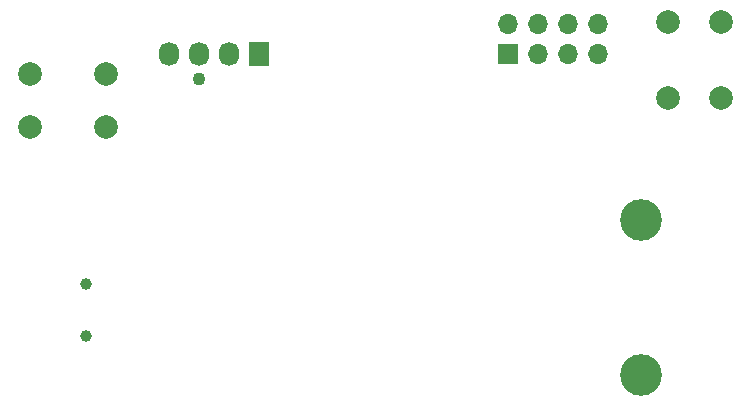
<source format=gbs>
%TF.GenerationSoftware,KiCad,Pcbnew,7.0.7*%
%TF.CreationDate,2023-10-24T16:51:49+02:00*%
%TF.ProjectId,Carte_Clavier,43617274-655f-4436-9c61-766965722e6b,rev?*%
%TF.SameCoordinates,Original*%
%TF.FileFunction,Soldermask,Bot*%
%TF.FilePolarity,Negative*%
%FSLAX46Y46*%
G04 Gerber Fmt 4.6, Leading zero omitted, Abs format (unit mm)*
G04 Created by KiCad (PCBNEW 7.0.7) date 2023-10-24 16:51:49*
%MOMM*%
%LPD*%
G01*
G04 APERTURE LIST*
%ADD10R,1.700000X1.700000*%
%ADD11O,1.700000X1.700000*%
%ADD12C,1.100000*%
%ADD13R,1.730000X2.030000*%
%ADD14O,1.730000X2.030000*%
%ADD15C,3.530600*%
%ADD16C,2.000000*%
%ADD17C,1.000000*%
G04 APERTURE END LIST*
D10*
%TO.C,J3*%
X169799000Y-83362800D03*
D11*
X169799000Y-80822800D03*
X172339000Y-83362800D03*
X172339000Y-80822800D03*
X174879000Y-83362800D03*
X174879000Y-80822800D03*
X177419000Y-83362800D03*
X177419000Y-80822800D03*
%TD*%
D12*
%TO.C,J4*%
X143703200Y-85518000D03*
D13*
X148783200Y-83358000D03*
D14*
X146243200Y-83358000D03*
X143703200Y-83358000D03*
X141163200Y-83358000D03*
%TD*%
D15*
%TO.C,J1*%
X181086400Y-97447100D03*
X181086400Y-110578900D03*
%TD*%
D16*
%TO.C,SW1*%
X183398600Y-87120800D03*
X183398600Y-80620800D03*
X187898600Y-87120800D03*
X187898600Y-80620800D03*
%TD*%
D17*
%TO.C,J2*%
X134120200Y-102829000D03*
X134120200Y-107229000D03*
%TD*%
D16*
%TO.C,SW2*%
X129338000Y-85024400D03*
X135838000Y-85024400D03*
X129338000Y-89524400D03*
X135838000Y-89524400D03*
%TD*%
M02*

</source>
